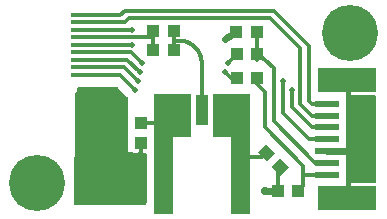
<source format=gbr>
G04 EAGLE Gerber RS-274X export*
G75*
%MOMM*%
%FSLAX34Y34*%
%LPD*%
%INTop Copper*%
%IPPOS*%
%AMOC8*
5,1,8,0,0,1.08239X$1,22.5*%
G01*
%ADD10R,4.318000X0.330200*%
%ADD11R,1.050000X1.080000*%
%ADD12R,2.000000X0.600000*%
%ADD13R,5.000000X2.000000*%
%ADD14R,1.000000X1.100000*%
%ADD15R,1.100000X1.000000*%
%ADD16R,1.100000X2.500000*%
%ADD17C,0.750000*%
%ADD18R,1.000000X1.000000*%
%ADD19C,0.304800*%
%ADD20C,0.508000*%
%ADD21C,0.703200*%
%ADD22C,0.609600*%
%ADD23C,4.750000*%

G36*
X115996Y6862D02*
X115996Y6862D01*
X116022Y6860D01*
X116169Y6882D01*
X116316Y6899D01*
X116341Y6907D01*
X116367Y6911D01*
X116505Y6966D01*
X116644Y7016D01*
X116666Y7030D01*
X116691Y7040D01*
X116812Y7125D01*
X116937Y7205D01*
X116955Y7224D01*
X116977Y7239D01*
X117076Y7349D01*
X117179Y7456D01*
X117193Y7478D01*
X117210Y7498D01*
X117282Y7628D01*
X117358Y7755D01*
X117366Y7780D01*
X117379Y7803D01*
X117419Y7946D01*
X117464Y8087D01*
X117466Y8113D01*
X117474Y8138D01*
X117493Y8382D01*
X117493Y49436D01*
X117490Y49462D01*
X117492Y49488D01*
X117470Y49635D01*
X117453Y49782D01*
X117445Y49807D01*
X117441Y49833D01*
X117386Y49971D01*
X117336Y50110D01*
X117322Y50132D01*
X117312Y50157D01*
X117227Y50278D01*
X117147Y50403D01*
X117128Y50421D01*
X117113Y50443D01*
X117003Y50542D01*
X116896Y50645D01*
X116874Y50659D01*
X116854Y50676D01*
X116724Y50748D01*
X116597Y50824D01*
X116572Y50832D01*
X116549Y50845D01*
X116406Y50885D01*
X116265Y50930D01*
X116239Y50932D01*
X116214Y50940D01*
X115970Y50959D01*
X114658Y50959D01*
X114653Y50967D01*
X114634Y50985D01*
X114619Y51007D01*
X114509Y51106D01*
X114402Y51209D01*
X114380Y51223D01*
X114360Y51240D01*
X114230Y51312D01*
X114103Y51388D01*
X114078Y51396D01*
X114055Y51409D01*
X113912Y51449D01*
X113771Y51494D01*
X113745Y51496D01*
X113720Y51504D01*
X113476Y51523D01*
X111524Y51523D01*
X111498Y51520D01*
X111472Y51522D01*
X111325Y51500D01*
X111178Y51483D01*
X111153Y51475D01*
X111127Y51471D01*
X110989Y51416D01*
X110850Y51366D01*
X110828Y51352D01*
X110803Y51342D01*
X110682Y51257D01*
X110557Y51177D01*
X110539Y51158D01*
X110517Y51143D01*
X110418Y51033D01*
X110347Y50959D01*
X107165Y50959D01*
X106519Y51132D01*
X106196Y51319D01*
X106103Y51360D01*
X106013Y51409D01*
X105943Y51429D01*
X105876Y51458D01*
X105776Y51476D01*
X105678Y51504D01*
X105580Y51512D01*
X105533Y51520D01*
X105497Y51518D01*
X105434Y51523D01*
X101523Y51523D01*
X101523Y68695D01*
X101523Y68697D01*
X101523Y68699D01*
X101503Y68870D01*
X101483Y69041D01*
X101483Y69043D01*
X101482Y69045D01*
X101407Y69278D01*
X101403Y69287D01*
X101403Y82713D01*
X101407Y82722D01*
X101408Y82724D01*
X101409Y82726D01*
X101456Y82892D01*
X101503Y83057D01*
X101503Y83060D01*
X101504Y83062D01*
X101523Y83305D01*
X101523Y97500D01*
X101509Y97626D01*
X101502Y97752D01*
X101489Y97798D01*
X101483Y97846D01*
X101441Y97965D01*
X101406Y98087D01*
X101382Y98129D01*
X101366Y98174D01*
X101297Y98281D01*
X101236Y98391D01*
X101196Y98437D01*
X101177Y98467D01*
X101142Y98501D01*
X101077Y98577D01*
X93577Y106077D01*
X93478Y106156D01*
X93384Y106240D01*
X93342Y106264D01*
X93304Y106294D01*
X93190Y106348D01*
X93079Y106409D01*
X93033Y106422D01*
X92989Y106443D01*
X92866Y106469D01*
X92744Y106504D01*
X92683Y106509D01*
X92648Y106516D01*
X92600Y106515D01*
X92500Y106523D01*
X59855Y106523D01*
X59829Y106520D01*
X59803Y106522D01*
X59656Y106500D01*
X59509Y106483D01*
X59484Y106475D01*
X59458Y106471D01*
X59320Y106416D01*
X59181Y106366D01*
X59159Y106352D01*
X59134Y106342D01*
X59013Y106257D01*
X58888Y106177D01*
X58870Y106158D01*
X58848Y106143D01*
X58749Y106033D01*
X58646Y105926D01*
X58632Y105904D01*
X58615Y105884D01*
X58543Y105754D01*
X58467Y105627D01*
X58459Y105602D01*
X58446Y105579D01*
X58406Y105436D01*
X58361Y105295D01*
X58359Y105269D01*
X58351Y105244D01*
X58332Y105000D01*
X58332Y103061D01*
X57307Y100587D01*
X57305Y100585D01*
X57226Y100486D01*
X57142Y100392D01*
X57118Y100350D01*
X57088Y100312D01*
X57034Y100198D01*
X56973Y100087D01*
X56960Y100040D01*
X56939Y99997D01*
X56913Y99873D01*
X56878Y99751D01*
X56873Y99691D01*
X56866Y99656D01*
X56867Y99608D01*
X56859Y99508D01*
X56859Y48636D01*
X56093Y46786D01*
X56092Y46785D01*
X56091Y46783D01*
X56044Y46615D01*
X55997Y46451D01*
X55997Y46449D01*
X55996Y46447D01*
X55977Y46203D01*
X55977Y8382D01*
X55980Y8356D01*
X55978Y8330D01*
X56000Y8183D01*
X56017Y8036D01*
X56025Y8011D01*
X56029Y7985D01*
X56084Y7847D01*
X56134Y7708D01*
X56148Y7686D01*
X56158Y7661D01*
X56243Y7540D01*
X56323Y7415D01*
X56342Y7397D01*
X56357Y7375D01*
X56467Y7276D01*
X56574Y7173D01*
X56596Y7159D01*
X56616Y7142D01*
X56746Y7070D01*
X56873Y6994D01*
X56898Y6986D01*
X56921Y6973D01*
X57064Y6933D01*
X57205Y6888D01*
X57231Y6886D01*
X57256Y6878D01*
X57500Y6859D01*
X115970Y6859D01*
X115996Y6862D01*
G37*
G36*
X204290Y-623D02*
X204290Y-623D01*
X204356Y-621D01*
X204399Y-603D01*
X204446Y-595D01*
X204503Y-561D01*
X204563Y-536D01*
X204598Y-505D01*
X204639Y-480D01*
X204681Y-429D01*
X204729Y-385D01*
X204751Y-343D01*
X204780Y-306D01*
X204801Y-244D01*
X204832Y-185D01*
X204840Y-131D01*
X204852Y-94D01*
X204851Y-54D01*
X204859Y0D01*
X204859Y100000D01*
X204848Y100065D01*
X204846Y100131D01*
X204828Y100174D01*
X204820Y100221D01*
X204786Y100278D01*
X204761Y100338D01*
X204730Y100373D01*
X204705Y100414D01*
X204654Y100456D01*
X204610Y100504D01*
X204568Y100526D01*
X204531Y100555D01*
X204469Y100576D01*
X204410Y100607D01*
X204356Y100615D01*
X204319Y100627D01*
X204279Y100626D01*
X204225Y100634D01*
X174225Y100634D01*
X174160Y100623D01*
X174094Y100621D01*
X174051Y100603D01*
X174004Y100595D01*
X173947Y100561D01*
X173887Y100536D01*
X173852Y100505D01*
X173811Y100480D01*
X173770Y100429D01*
X173721Y100385D01*
X173699Y100343D01*
X173670Y100306D01*
X173649Y100244D01*
X173618Y100185D01*
X173610Y100131D01*
X173598Y100094D01*
X173599Y100054D01*
X173591Y100000D01*
X173591Y65000D01*
X173602Y64935D01*
X173604Y64869D01*
X173622Y64826D01*
X173630Y64779D01*
X173664Y64722D01*
X173689Y64662D01*
X173720Y64627D01*
X173745Y64586D01*
X173796Y64545D01*
X173840Y64496D01*
X173882Y64474D01*
X173919Y64445D01*
X173981Y64424D01*
X174040Y64393D01*
X174094Y64385D01*
X174131Y64373D01*
X174171Y64374D01*
X174225Y64366D01*
X188591Y64366D01*
X188591Y0D01*
X188602Y-65D01*
X188604Y-131D01*
X188622Y-174D01*
X188630Y-221D01*
X188664Y-278D01*
X188689Y-338D01*
X188720Y-373D01*
X188745Y-414D01*
X188796Y-456D01*
X188840Y-504D01*
X188882Y-526D01*
X188919Y-555D01*
X188981Y-576D01*
X189040Y-607D01*
X189094Y-615D01*
X189131Y-627D01*
X189171Y-626D01*
X189225Y-634D01*
X204225Y-634D01*
X204290Y-623D01*
G37*
G36*
X139290Y-623D02*
X139290Y-623D01*
X139356Y-621D01*
X139399Y-603D01*
X139446Y-595D01*
X139503Y-561D01*
X139563Y-536D01*
X139598Y-505D01*
X139639Y-480D01*
X139681Y-429D01*
X139729Y-385D01*
X139751Y-343D01*
X139780Y-306D01*
X139801Y-244D01*
X139832Y-185D01*
X139840Y-131D01*
X139852Y-94D01*
X139851Y-54D01*
X139859Y0D01*
X139859Y64366D01*
X154225Y64366D01*
X154290Y64377D01*
X154356Y64379D01*
X154399Y64397D01*
X154446Y64405D01*
X154503Y64439D01*
X154563Y64464D01*
X154598Y64495D01*
X154639Y64520D01*
X154681Y64571D01*
X154729Y64615D01*
X154751Y64657D01*
X154780Y64694D01*
X154801Y64756D01*
X154832Y64815D01*
X154840Y64869D01*
X154852Y64906D01*
X154851Y64946D01*
X154859Y65000D01*
X154859Y100000D01*
X154848Y100065D01*
X154846Y100131D01*
X154828Y100174D01*
X154820Y100221D01*
X154786Y100278D01*
X154761Y100338D01*
X154730Y100373D01*
X154705Y100414D01*
X154654Y100456D01*
X154610Y100504D01*
X154568Y100526D01*
X154531Y100555D01*
X154469Y100576D01*
X154410Y100607D01*
X154356Y100615D01*
X154319Y100627D01*
X154279Y100626D01*
X154225Y100634D01*
X124225Y100634D01*
X124160Y100623D01*
X124094Y100621D01*
X124051Y100603D01*
X124004Y100595D01*
X123947Y100561D01*
X123887Y100536D01*
X123852Y100505D01*
X123811Y100480D01*
X123770Y100429D01*
X123721Y100385D01*
X123699Y100343D01*
X123670Y100306D01*
X123649Y100244D01*
X123618Y100185D01*
X123610Y100131D01*
X123598Y100094D01*
X123599Y100054D01*
X123591Y100000D01*
X123591Y0D01*
X123602Y-65D01*
X123604Y-131D01*
X123622Y-174D01*
X123630Y-221D01*
X123664Y-278D01*
X123689Y-338D01*
X123720Y-373D01*
X123745Y-414D01*
X123796Y-456D01*
X123840Y-504D01*
X123882Y-526D01*
X123919Y-555D01*
X123981Y-576D01*
X124040Y-607D01*
X124094Y-615D01*
X124131Y-627D01*
X124171Y-626D01*
X124225Y-634D01*
X139225Y-634D01*
X139290Y-623D01*
G37*
G36*
X289050Y12504D02*
X289050Y12504D01*
X289076Y12502D01*
X289223Y12524D01*
X289370Y12541D01*
X289395Y12550D01*
X289421Y12553D01*
X289559Y12608D01*
X289698Y12658D01*
X289720Y12672D01*
X289745Y12682D01*
X289866Y12767D01*
X289991Y12847D01*
X290009Y12866D01*
X290031Y12881D01*
X290130Y12991D01*
X290233Y13098D01*
X290247Y13120D01*
X290264Y13140D01*
X290336Y13270D01*
X290412Y13397D01*
X290420Y13422D01*
X290433Y13445D01*
X290473Y13588D01*
X290518Y13729D01*
X290520Y13755D01*
X290528Y13780D01*
X290547Y14024D01*
X290547Y25041D01*
X310000Y25041D01*
X310026Y25044D01*
X310052Y25042D01*
X310199Y25064D01*
X310346Y25081D01*
X310371Y25089D01*
X310397Y25093D01*
X310535Y25148D01*
X310674Y25198D01*
X310696Y25212D01*
X310721Y25222D01*
X310842Y25307D01*
X310967Y25387D01*
X310985Y25406D01*
X311007Y25421D01*
X311106Y25531D01*
X311209Y25638D01*
X311223Y25660D01*
X311240Y25680D01*
X311312Y25810D01*
X311388Y25937D01*
X311396Y25962D01*
X311409Y25985D01*
X311449Y26128D01*
X311494Y26269D01*
X311496Y26295D01*
X311504Y26320D01*
X311523Y26564D01*
X311523Y98436D01*
X311520Y98462D01*
X311522Y98488D01*
X311500Y98635D01*
X311483Y98782D01*
X311475Y98807D01*
X311471Y98833D01*
X311416Y98971D01*
X311366Y99110D01*
X311352Y99132D01*
X311342Y99157D01*
X311257Y99278D01*
X311177Y99403D01*
X311158Y99421D01*
X311143Y99443D01*
X311033Y99542D01*
X310926Y99645D01*
X310904Y99659D01*
X310884Y99676D01*
X310754Y99748D01*
X310627Y99824D01*
X310602Y99832D01*
X310579Y99845D01*
X310436Y99885D01*
X310295Y99930D01*
X310269Y99932D01*
X310244Y99940D01*
X310000Y99959D01*
X290547Y99959D01*
X290547Y110976D01*
X290544Y111002D01*
X290546Y111028D01*
X290524Y111175D01*
X290507Y111322D01*
X290498Y111347D01*
X290495Y111373D01*
X290440Y111511D01*
X290390Y111650D01*
X290376Y111672D01*
X290366Y111697D01*
X290281Y111818D01*
X290201Y111943D01*
X290182Y111961D01*
X290167Y111983D01*
X290057Y112082D01*
X289950Y112185D01*
X289928Y112199D01*
X289908Y112216D01*
X289778Y112288D01*
X289651Y112364D01*
X289626Y112372D01*
X289603Y112385D01*
X289460Y112425D01*
X289319Y112470D01*
X289293Y112472D01*
X289268Y112480D01*
X289024Y112499D01*
X285976Y112499D01*
X285950Y112496D01*
X285924Y112498D01*
X285777Y112476D01*
X285630Y112459D01*
X285605Y112450D01*
X285579Y112447D01*
X285441Y112392D01*
X285302Y112342D01*
X285280Y112328D01*
X285255Y112318D01*
X285134Y112233D01*
X285009Y112153D01*
X284991Y112134D01*
X284969Y112119D01*
X284870Y112009D01*
X284767Y111902D01*
X284753Y111880D01*
X284736Y111860D01*
X284664Y111730D01*
X284588Y111603D01*
X284580Y111578D01*
X284567Y111555D01*
X284527Y111412D01*
X284482Y111271D01*
X284480Y111245D01*
X284472Y111220D01*
X284453Y110976D01*
X284453Y105000D01*
X284456Y104974D01*
X284454Y104948D01*
X284476Y104801D01*
X284493Y104654D01*
X284501Y104629D01*
X284505Y104603D01*
X284560Y104465D01*
X284610Y104326D01*
X284624Y104304D01*
X284634Y104279D01*
X284719Y104158D01*
X284799Y104033D01*
X284818Y104015D01*
X284833Y103993D01*
X284943Y103894D01*
X285050Y103791D01*
X285072Y103777D01*
X285092Y103760D01*
X285222Y103688D01*
X285349Y103612D01*
X285374Y103604D01*
X285397Y103591D01*
X285540Y103551D01*
X285681Y103506D01*
X285707Y103504D01*
X285732Y103496D01*
X285976Y103477D01*
X285977Y103477D01*
X285977Y21523D01*
X285976Y21523D01*
X285950Y21520D01*
X285924Y21522D01*
X285777Y21500D01*
X285630Y21483D01*
X285605Y21475D01*
X285579Y21471D01*
X285441Y21416D01*
X285302Y21366D01*
X285280Y21352D01*
X285255Y21342D01*
X285134Y21257D01*
X285009Y21177D01*
X284991Y21158D01*
X284969Y21143D01*
X284870Y21033D01*
X284767Y20926D01*
X284753Y20904D01*
X284736Y20884D01*
X284664Y20754D01*
X284588Y20627D01*
X284580Y20602D01*
X284567Y20579D01*
X284527Y20436D01*
X284482Y20295D01*
X284480Y20269D01*
X284472Y20244D01*
X284453Y20000D01*
X284453Y14024D01*
X284456Y13998D01*
X284454Y13972D01*
X284476Y13825D01*
X284493Y13678D01*
X284501Y13653D01*
X284505Y13627D01*
X284560Y13489D01*
X284610Y13350D01*
X284624Y13328D01*
X284634Y13303D01*
X284719Y13182D01*
X284799Y13057D01*
X284818Y13039D01*
X284833Y13017D01*
X284943Y12918D01*
X285050Y12815D01*
X285072Y12801D01*
X285092Y12784D01*
X285222Y12712D01*
X285349Y12636D01*
X285374Y12628D01*
X285397Y12615D01*
X285540Y12575D01*
X285681Y12530D01*
X285707Y12528D01*
X285732Y12520D01*
X285976Y12501D01*
X289024Y12501D01*
X289050Y12504D01*
G37*
D10*
X74460Y142500D03*
X74460Y136150D03*
X74460Y148850D03*
X74460Y129800D03*
X74460Y155200D03*
X74460Y161550D03*
X74460Y123450D03*
X74460Y117100D03*
X74460Y167900D03*
D11*
X140750Y138113D03*
X123250Y138113D03*
D12*
X270000Y32500D03*
X270000Y42500D03*
X270000Y52500D03*
X270000Y62500D03*
X270000Y72500D03*
D13*
X287500Y112500D03*
X287500Y12500D03*
D12*
X270000Y82500D03*
X270000Y92500D03*
D14*
X112500Y59000D03*
X112500Y76000D03*
D15*
G36*
X230657Y46414D02*
X238434Y38637D01*
X231363Y31566D01*
X223586Y39343D01*
X230657Y46414D01*
G37*
G36*
X218637Y58434D02*
X226414Y50657D01*
X219343Y43586D01*
X211566Y51363D01*
X218637Y58434D01*
G37*
D11*
X210925Y153325D03*
X193425Y153325D03*
D15*
X210825Y134500D03*
X193825Y134500D03*
X210825Y114300D03*
X193825Y114300D03*
D11*
X140750Y153988D03*
X123250Y153988D03*
X246125Y18400D03*
X228625Y18400D03*
D16*
X164225Y87000D03*
D17*
X131725Y27500D03*
X131725Y47500D03*
X131725Y67500D03*
X131725Y87500D03*
X196725Y27500D03*
X196725Y47500D03*
X196725Y67500D03*
X196725Y87500D03*
D18*
X149225Y95000D03*
X179225Y95000D03*
D19*
X164225Y126525D02*
X164219Y126997D01*
X164202Y127468D01*
X164174Y127939D01*
X164134Y128409D01*
X164083Y128878D01*
X164020Y129346D01*
X163946Y129812D01*
X163861Y130276D01*
X163765Y130738D01*
X163658Y131198D01*
X163539Y131654D01*
X163410Y132108D01*
X163269Y132559D01*
X163118Y133006D01*
X162956Y133449D01*
X162784Y133888D01*
X162600Y134323D01*
X162407Y134753D01*
X162203Y135178D01*
X161989Y135599D01*
X161764Y136014D01*
X161530Y136423D01*
X161286Y136827D01*
X161032Y137225D01*
X160769Y137616D01*
X160496Y138002D01*
X160214Y138380D01*
X159923Y138751D01*
X159623Y139116D01*
X159315Y139472D01*
X158998Y139822D01*
X158672Y140163D01*
X158338Y140497D01*
X157997Y140823D01*
X157647Y141140D01*
X157291Y141448D01*
X156926Y141748D01*
X156555Y142039D01*
X156177Y142321D01*
X155791Y142594D01*
X155400Y142857D01*
X155002Y143111D01*
X154598Y143355D01*
X154189Y143589D01*
X153774Y143814D01*
X153353Y144028D01*
X152928Y144232D01*
X152498Y144425D01*
X152063Y144609D01*
X151624Y144781D01*
X151181Y144943D01*
X150734Y145094D01*
X150283Y145235D01*
X149829Y145364D01*
X149373Y145483D01*
X148913Y145590D01*
X148451Y145686D01*
X147987Y145771D01*
X147521Y145845D01*
X147053Y145908D01*
X146584Y145959D01*
X146114Y145999D01*
X145643Y146027D01*
X145172Y146044D01*
X144700Y146050D01*
X140750Y146050D02*
X140750Y153988D01*
X140750Y146050D02*
X144700Y146050D01*
X140750Y146050D02*
X140750Y138113D01*
X164225Y126525D02*
X164225Y87000D01*
X123250Y138113D02*
X123250Y153988D01*
X123250Y148850D02*
X74460Y148850D01*
X123250Y148850D02*
X123250Y153988D01*
X104775Y155200D02*
X74460Y155200D01*
D20*
X104775Y155200D03*
D19*
X104775Y142500D02*
X74460Y142500D01*
D20*
X104775Y142500D03*
D19*
X196725Y47500D02*
X215479Y47500D01*
X218990Y51010D01*
X189225Y95000D02*
X179225Y95000D01*
X189225Y95000D02*
X196725Y87500D01*
X149225Y95000D02*
X139225Y95000D01*
X131725Y87500D01*
X126500Y76000D02*
X112500Y76000D01*
X126500Y76000D02*
X127500Y75000D01*
X127500Y71725D01*
X131725Y67500D01*
D20*
X183950Y147625D03*
D21*
X217500Y18400D03*
D22*
X228625Y18400D01*
D21*
X297500Y92500D03*
X297500Y82500D03*
X297500Y72500D03*
X297500Y62500D03*
X297500Y52500D03*
X297500Y42500D03*
X297500Y32500D03*
X90000Y97500D03*
X110000Y45000D03*
X110000Y30000D03*
X110000Y15000D03*
X65000Y67500D03*
X65000Y82500D03*
X65000Y97500D03*
X65000Y52500D03*
X65000Y37500D03*
X65000Y22500D03*
D22*
X270000Y52500D02*
X297500Y52500D01*
X193425Y153325D02*
X184650Y148325D01*
X183950Y147625D01*
D19*
X228625Y36604D02*
X228625Y18400D01*
X228625Y36604D02*
X231010Y38990D01*
X112500Y47500D02*
X112500Y59000D01*
X112500Y47500D02*
X110000Y45000D01*
X98950Y171450D02*
X225425Y171450D01*
X255350Y141525D01*
X255350Y94650D01*
X257500Y92500D01*
X270000Y92500D01*
X95400Y167900D02*
X74460Y167900D01*
X95400Y167900D02*
X98950Y171450D01*
X107950Y165100D02*
X222250Y165100D01*
X247850Y139500D01*
X247850Y92150D01*
X257500Y82500D01*
X270000Y82500D01*
X99050Y161550D02*
X74460Y161550D01*
X99050Y161550D02*
X102500Y165000D01*
X107850Y165000D01*
X107950Y165100D01*
X210825Y134500D02*
X218000Y129500D01*
X225000Y122500D01*
X225000Y77500D01*
X260000Y42500D01*
X270000Y42500D01*
X210925Y129600D02*
X210925Y153325D01*
X210825Y134500D02*
X210925Y129600D01*
X210825Y114300D02*
X210825Y109175D01*
X217500Y102500D01*
X217500Y72500D01*
X250000Y40000D01*
X250000Y32500D01*
X270000Y32500D01*
X246125Y18400D02*
X245900Y18400D01*
X250000Y22500D01*
X250000Y32500D01*
D20*
X107475Y104575D03*
X240350Y104575D03*
D19*
X257425Y72500D02*
X270000Y72500D01*
X94950Y117100D02*
X74460Y117100D01*
X94950Y117100D02*
X107475Y104575D01*
X240350Y89575D02*
X257425Y72500D01*
X240350Y89575D02*
X240350Y104575D01*
D20*
X109975Y111600D03*
X233125Y111600D03*
D19*
X233125Y84375D01*
X255000Y62500D01*
X270000Y62500D01*
X98125Y123450D02*
X74460Y123450D01*
X98125Y123450D02*
X109975Y111600D01*
D23*
X25000Y25000D03*
X290000Y152500D03*
D20*
X113625Y127000D03*
X186450Y127000D03*
D19*
X104475Y136150D02*
X74460Y136150D01*
X104475Y136150D02*
X113625Y127000D01*
X193825Y134500D02*
X193950Y134500D01*
X186450Y127000D01*
D20*
X111800Y119300D03*
X183950Y119300D03*
D19*
X101300Y129800D02*
X74460Y129800D01*
X101300Y129800D02*
X111800Y119300D01*
X188950Y114300D02*
X193825Y114300D01*
X188950Y114300D02*
X183950Y119300D01*
M02*

</source>
